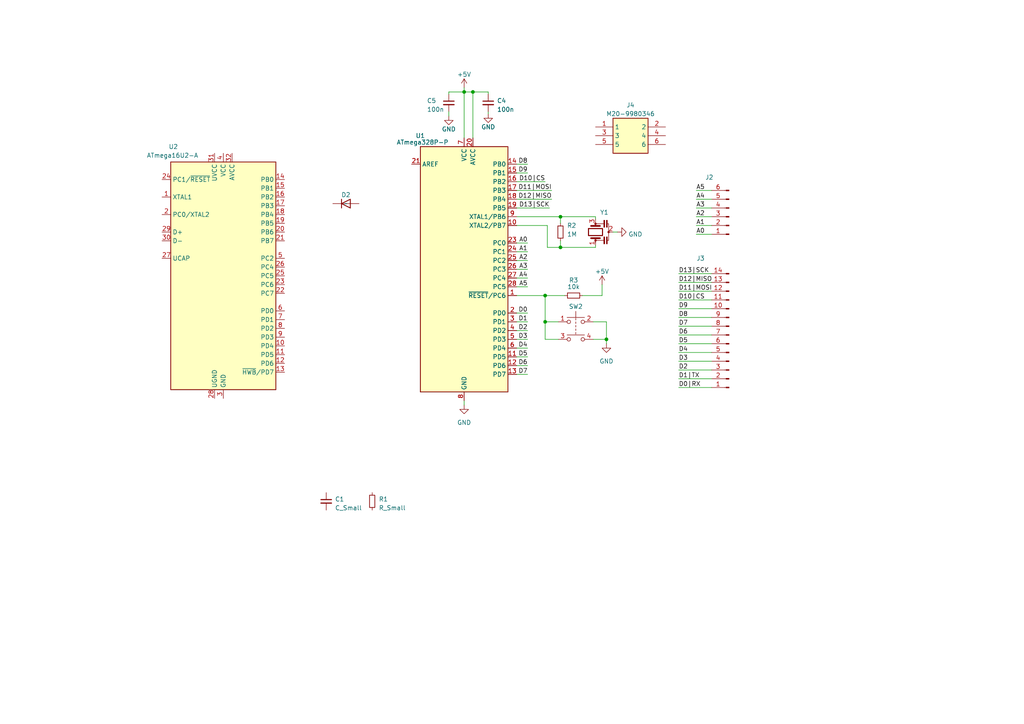
<source format=kicad_sch>
(kicad_sch (version 20230121) (generator eeschema)
  (paper "A4")
  (lib_symbols
    (symbol "Connector:Conn_01x06_Pin" (pin_names (offset 1.016) hide)
      (property "Reference" "J" (at 0 7.62 0))
      (property "Value" "Conn_01x06_Pin" (at 0 -10.16 0))
      (symbol "Conn_01x06_Pin_1_1"
        (polyline (pts (xy 1.27 -7.62) (xy 0.8636 -7.62)) (stroke (width 0.1524)))
        (polyline (pts (xy 1.27 -5.08) (xy 0.8636 -5.08)) (stroke (width 0.1524)))
        (polyline (pts (xy 1.27 -2.54) (xy 0.8636 -2.54)) (stroke (width 0.1524)))
        (polyline (pts (xy 1.27 0) (xy 0.8636 0)) (stroke (width 0.1524)))
        (polyline (pts (xy 1.27 2.54) (xy 0.8636 2.54)) (stroke (width 0.1524)))
        (polyline (pts (xy 1.27 5.08) (xy 0.8636 5.08)) (stroke (width 0.1524)))
        (rectangle (start 0.8636 -7.493) (end 0 -7.747) (stroke (width 0.1524)) (fill (type outline)))
        (rectangle (start 0.8636 -4.953) (end 0 -5.207) (stroke (width 0.1524)) (fill (type outline)))
        (rectangle (start 0.8636 -2.413) (end 0 -2.667) (stroke (width 0.1524)) (fill (type outline)))
        (rectangle (start 0.8636 0.127) (end 0 -0.127) (stroke (width 0.1524)) (fill (type outline)))
        (rectangle (start 0.8636 2.667) (end 0 2.413) (stroke (width 0.1524)) (fill (type outline)))
        (rectangle (start 0.8636 5.207) (end 0 4.953) (stroke (width 0.1524)) (fill (type outline)))
        (pin passive line (at 5.08 5.08 180) (length 3.81) (name "Pin_1") (number "1"))
        (pin passive line (at 5.08 2.54 180) (length 3.81) (name "Pin_2") (number "2"))
        (pin passive line (at 5.08 0 180) (length 3.81) (name "Pin_3") (number "3"))
        (pin passive line (at 5.08 -2.54 180) (length 3.81) (name "Pin_4") (number "4"))
        (pin passive line (at 5.08 -5.08 180) (length 3.81) (name "Pin_5") (number "5"))
        (pin passive line (at 5.08 -7.62 180) (length 3.81) (name "Pin_6") (number "6"))
      )
    )
    (symbol "Connector:Conn_01x14_Pin" (pin_names (offset 1.016) hide)
      (property "Reference" "J" (at 0 17.78 0))
      (property "Value" "Conn_01x14_Pin" (at 0 -20.32 0))
      (symbol "Conn_01x14_Pin_1_1"
        (polyline (pts (xy 1.27 -17.78) (xy 0.8636 -17.78)) (stroke (width 0.1524)))
        (polyline (pts (xy 1.27 -15.24) (xy 0.8636 -15.24)) (stroke (width 0.1524)))
        (polyline (pts (xy 1.27 -12.7) (xy 0.8636 -12.7)) (stroke (width 0.1524)))
        (polyline (pts (xy 1.27 -10.16) (xy 0.8636 -10.16)) (stroke (width 0.1524)))
        (polyline (pts (xy 1.27 -7.62) (xy 0.8636 -7.62)) (stroke (width 0.1524)))
        (polyline (pts (xy 1.27 -5.08) (xy 0.8636 -5.08)) (stroke (width 0.1524)))
        (polyline (pts (xy 1.27 -2.54) (xy 0.8636 -2.54)) (stroke (width 0.1524)))
        (polyline (pts (xy 1.27 0) (xy 0.8636 0)) (stroke (width 0.1524)))
        (polyline (pts (xy 1.27 2.54) (xy 0.8636 2.54)) (stroke (width 0.1524)))
        (polyline (pts (xy 1.27 5.08) (xy 0.8636 5.08)) (stroke (width 0.1524)))
        (polyline (pts (xy 1.27 7.62) (xy 0.8636 7.62)) (stroke (width 0.1524)))
        (polyline (pts (xy 1.27 10.16) (xy 0.8636 10.16)) (stroke (width 0.1524)))
        (polyline (pts (xy 1.27 12.7) (xy 0.8636 12.7)) (stroke (width 0.1524)))
        (polyline (pts (xy 1.27 15.24) (xy 0.8636 15.24)) (stroke (width 0.1524)))
        (rectangle (start 0.8636 -17.653) (end 0 -17.907) (stroke (width 0.1524)) (fill (type outline)))
        (rectangle (start 0.8636 -15.113) (end 0 -15.367) (stroke (width 0.1524)) (fill (type outline)))
        (rectangle (start 0.8636 -12.573) (end 0 -12.827) (stroke (width 0.1524)) (fill (type outline)))
        (rectangle (start 0.8636 -10.033) (end 0 -10.287) (stroke (width 0.1524)) (fill (type outline)))
        (rectangle (start 0.8636 -7.493) (end 0 -7.747) (stroke (width 0.1524)) (fill (type outline)))
        (rectangle (start 0.8636 -4.953) (end 0 -5.207) (stroke (width 0.1524)) (fill (type outline)))
        (rectangle (start 0.8636 -2.413) (end 0 -2.667) (stroke (width 0.1524)) (fill (type outline)))
        (rectangle (start 0.8636 0.127) (end 0 -0.127) (stroke (width 0.1524)) (fill (type outline)))
        (rectangle (start 0.8636 2.667) (end 0 2.413) (stroke (width 0.1524)) (fill (type outline)))
        (rectangle (start 0.8636 5.207) (end 0 4.953) (stroke (width 0.1524)) (fill (type outline)))
        (rectangle (start 0.8636 7.747) (end 0 7.493) (stroke (width 0.1524)) (fill (type outline)))
        (rectangle (start 0.8636 10.287) (end 0 10.033) (stroke (width 0.1524)) (fill (type outline)))
        (rectangle (start 0.8636 12.827) (end 0 12.573) (stroke (width 0.1524)) (fill (type outline)))
        (rectangle (start 0.8636 15.367) (end 0 15.113) (stroke (width 0.1524)) (fill (type outline)))
        (pin passive line (at 5.08 15.24 180) (length 3.81) (name "Pin_1") (number "1"))
        (pin passive line (at 5.08 -7.62 180) (length 3.81) (name "Pin_10") (number "10"))
        (pin passive line (at 5.08 -10.16 180) (length 3.81) (name "Pin_11") (number "11"))
        (pin passive line (at 5.08 -12.7 180) (length 3.81) (name "Pin_12") (number "12"))
        (pin passive line (at 5.08 -15.24 180) (length 3.81) (name "Pin_13") (number "13"))
        (pin passive line (at 5.08 -17.78 180) (length 3.81) (name "Pin_14") (number "14"))
        (pin passive line (at 5.08 12.7 180) (length 3.81) (name "Pin_2") (number "2"))
        (pin passive line (at 5.08 10.16 180) (length 3.81) (name "Pin_3") (number "3"))
        (pin passive line (at 5.08 7.62 180) (length 3.81) (name "Pin_4") (number "4"))
        (pin passive line (at 5.08 5.08 180) (length 3.81) (name "Pin_5") (number "5"))
        (pin passive line (at 5.08 2.54 180) (length 3.81) (name "Pin_6") (number "6"))
        (pin passive line (at 5.08 0 180) (length 3.81) (name "Pin_7") (number "7"))
        (pin passive line (at 5.08 -2.54 180) (length 3.81) (name "Pin_8") (number "8"))
        (pin passive line (at 5.08 -5.08 180) (length 3.81) (name "Pin_9") (number "9"))
      )
    )
    (symbol "Device:C_Small" (pin_numbers hide) (pin_names (offset 0.254) hide)
      (property "Reference" "C" (at 0.254 1.778 0))
      (property "Value" "C_Small" (at 0.254 -2.032 0))
      (symbol "C_Small_0_1"
        (polyline (pts (xy -1.524 -0.508) (xy 1.524 -0.508)) (stroke (width 0.3302)))
        (polyline (pts (xy -1.524 0.508) (xy 1.524 0.508)) (stroke (width 0.3048)))
      )
      (symbol "C_Small_1_1"
        (pin passive line (at 0 2.54 270) (length 2.032) (name "~") (number "1"))
        (pin passive line (at 0 -2.54 90) (length 2.032) (name "~") (number "2"))
      )
    )
    (symbol "Device:R_Small" (pin_numbers hide) (pin_names (offset 0.254) hide)
      (property "Reference" "R" (at 0.762 0.508 0))
      (property "Value" "R_Small" (at 0.762 -1.016 0))
      (symbol "R_Small_0_1"
        (rectangle (start -0.762 1.778) (end 0.762 -1.778) (stroke (width 0.2032)))
      )
      (symbol "R_Small_1_1"
        (pin passive line (at 0 2.54 270) (length 0.762) (name "~") (number "1"))
        (pin passive line (at 0 -2.54 90) (length 0.762) (name "~") (number "2"))
      )
    )
    (symbol "Device:Resonator" (pin_names (offset 1.016) hide)
      (property "Reference" "Y" (at 0 5.715 0))
      (property "Value" "Resonator" (at 0 3.81 0))
      (symbol "Resonator_0_1"
        (rectangle (start -3.429 -3.175) (end -1.397 -3.429) (fill (type outline)))
        (rectangle (start -3.429 -2.413) (end -1.397 -2.667) (fill (type outline)))
        (circle (center -2.413 0) (radius 0.254) (fill (type outline)))
        (rectangle (start -1.016 2.032) (end 1.016 -2.032) (stroke (width 0.3048)))
        (circle (center 0 -3.81) (radius 0.254) (fill (type outline)))
        (polyline (pts (xy -2.413 -2.413) (xy -2.413 0)))
        (polyline (pts (xy -1.905 0) (xy -3.175 0)))
        (polyline (pts (xy -1.778 -1.27) (xy -1.778 1.27)) (stroke (width 0.508)))
        (polyline (pts (xy 1.778 -1.27) (xy 1.778 1.27)) (stroke (width 0.508)))
        (polyline (pts (xy 1.905 0) (xy 2.54 0)))
        (polyline (pts (xy 2.413 0) (xy 2.413 -2.54)))
        (polyline (pts (xy 2.413 -3.302) (xy 2.413 -3.81) (xy -2.413 -3.81) (xy -2.413 -3.302)))
        (rectangle (start 1.397 -3.175) (end 3.429 -3.429) (fill (type outline)))
        (rectangle (start 1.397 -2.413) (end 3.429 -2.667) (fill (type outline)))
        (circle (center 2.413 0) (radius 0.254) (fill (type outline)))
      )
      (symbol "Resonator_1_1"
        (pin passive line (at -3.81 0 0) (length 1.27) (name "1") (number "1"))
        (pin passive line (at 0 -5.08 90) (length 1.27) (name "2") (number "2"))
        (pin passive line (at 3.81 0 180) (length 1.27) (name "3") (number "3"))
      )
    )
    (symbol "M20-9980346:M20-9980346"
      (property "Reference" "J" (at 16.51 7.62 0))
      (property "Value" "M20-9980346" (at 16.51 5.08 0))
      (symbol "M20-9980346_1_1"
        (rectangle (start 5.08 2.54) (end 15.24 -7.62) (stroke (width 0.254)) (fill (type background)))
        (pin passive line (at 0 0 0) (length 5.08) (name "1") (number "1"))
        (pin passive line (at 20.32 0 180) (length 5.08) (name "2") (number "2"))
        (pin passive line (at 0 -2.54 0) (length 5.08) (name "3") (number "3"))
        (pin passive line (at 20.32 -2.54 180) (length 5.08) (name "4") (number "4"))
        (pin passive line (at 0 -5.08 0) (length 5.08) (name "5") (number "5"))
        (pin passive line (at 20.32 -5.08 180) (length 5.08) (name "6") (number "6"))
      )
    )
    (symbol "MCU_Microchip_ATmega:ATmega16U2-A"
      (property "Reference" "U" (at -15.24 34.29 0))
      (property "Value" "ATmega16U2-A" (at 2.54 -34.29 0))
      (symbol "ATmega16U2-A_0_1"
        (rectangle (start -15.24 -33.02) (end 15.24 33.02) (stroke (width 0.254)) (fill (type background)))
      )
      (symbol "ATmega16U2-A_1_1"
        (pin input line (at -17.78 22.86 0) (length 2.54) (name "XTAL1") (number "1"))
        (pin bidirectional line (at 17.78 -20.32 180) (length 2.54) (name "PD4") (number "10"))
        (pin bidirectional line (at 17.78 -22.86 180) (length 2.54) (name "PD5") (number "11"))
        (pin bidirectional line (at 17.78 -25.4 180) (length 2.54) (name "PD6") (number "12"))
        (pin bidirectional line (at 17.78 -27.94 180) (length 2.54) (name "~{HWB}/PD7") (number "13"))
        (pin bidirectional line (at 17.78 27.94 180) (length 2.54) (name "PB0") (number "14"))
        (pin bidirectional line (at 17.78 25.4 180) (length 2.54) (name "PB1") (number "15"))
        (pin bidirectional line (at 17.78 22.86 180) (length 2.54) (name "PB2") (number "16"))
        (pin bidirectional line (at 17.78 20.32 180) (length 2.54) (name "PB3") (number "17"))
        (pin bidirectional line (at 17.78 17.78 180) (length 2.54) (name "PB4") (number "18"))
        (pin bidirectional line (at 17.78 15.24 180) (length 2.54) (name "PB5") (number "19"))
        (pin bidirectional line (at -17.78 17.78 0) (length 2.54) (name "PC0/XTAL2") (number "2"))
        (pin bidirectional line (at 17.78 12.7 180) (length 2.54) (name "PB6") (number "20"))
        (pin bidirectional line (at 17.78 10.16 180) (length 2.54) (name "PB7") (number "21"))
        (pin bidirectional line (at 17.78 -5.08 180) (length 2.54) (name "PC7") (number "22"))
        (pin bidirectional line (at 17.78 -2.54 180) (length 2.54) (name "PC6") (number "23"))
        (pin bidirectional line (at -17.78 27.94 0) (length 2.54) (name "PC1/~{RESET}") (number "24"))
        (pin bidirectional line (at 17.78 0 180) (length 2.54) (name "PC5") (number "25"))
        (pin bidirectional line (at 17.78 2.54 180) (length 2.54) (name "PC4") (number "26"))
        (pin passive line (at -17.78 5.08 0) (length 2.54) (name "UCAP") (number "27"))
        (pin power_in line (at -2.54 -35.56 90) (length 2.54) (name "UGND") (number "28"))
        (pin bidirectional line (at -17.78 12.7 0) (length 2.54) (name "D+") (number "29"))
        (pin power_in line (at 0 -35.56 90) (length 2.54) (name "GND") (number "3"))
        (pin bidirectional line (at -17.78 10.16 0) (length 2.54) (name "D-") (number "30"))
        (pin power_in line (at -2.54 35.56 270) (length 2.54) (name "UVCC") (number "31"))
        (pin power_in line (at 2.54 35.56 270) (length 2.54) (name "AVCC") (number "32"))
        (pin power_in line (at 0 35.56 270) (length 2.54) (name "VCC") (number "4"))
        (pin bidirectional line (at 17.78 5.08 180) (length 2.54) (name "PC2") (number "5"))
        (pin bidirectional line (at 17.78 -10.16 180) (length 2.54) (name "PD0") (number "6"))
        (pin bidirectional line (at 17.78 -12.7 180) (length 2.54) (name "PD1") (number "7"))
        (pin bidirectional line (at 17.78 -15.24 180) (length 2.54) (name "PD2") (number "8"))
        (pin bidirectional line (at 17.78 -17.78 180) (length 2.54) (name "PD3") (number "9"))
      )
    )
    (symbol "MCU_Microchip_ATmega:ATmega328P-P"
      (property "Reference" "U" (at -12.7 36.83 0))
      (property "Value" "ATmega328P-P" (at 2.54 -36.83 0))
      (symbol "ATmega328P-P_0_1"
        (rectangle (start -12.7 -35.56) (end 12.7 35.56) (stroke (width 0.254)) (fill (type background)))
      )
      (symbol "ATmega328P-P_1_1"
        (pin bidirectional line (at 15.24 -7.62 180) (length 2.54) (name "~{RESET}/PC6") (number "1"))
        (pin bidirectional line (at 15.24 12.7 180) (length 2.54) (name "XTAL2/PB7") (number "10"))
        (pin bidirectional line (at 15.24 -25.4 180) (length 2.54) (name "PD5") (number "11"))
        (pin bidirectional line (at 15.24 -27.94 180) (length 2.54) (name "PD6") (number "12"))
        (pin bidirectional line (at 15.24 -30.48 180) (length 2.54) (name "PD7") (number "13"))
        (pin bidirectional line (at 15.24 30.48 180) (length 2.54) (name "PB0") (number "14"))
        (pin bidirectional line (at 15.24 27.94 180) (length 2.54) (name "PB1") (number "15"))
        (pin bidirectional line (at 15.24 25.4 180) (length 2.54) (name "PB2") (number "16"))
        (pin bidirectional line (at 15.24 22.86 180) (length 2.54) (name "PB3") (number "17"))
        (pin bidirectional line (at 15.24 20.32 180) (length 2.54) (name "PB4") (number "18"))
        (pin bidirectional line (at 15.24 17.78 180) (length 2.54) (name "PB5") (number "19"))
        (pin bidirectional line (at 15.24 -12.7 180) (length 2.54) (name "PD0") (number "2"))
        (pin power_in line (at 2.54 38.1 270) (length 2.54) (name "AVCC") (number "20"))
        (pin passive line (at -15.24 30.48 0) (length 2.54) (name "AREF") (number "21"))
        (pin passive line (at 0 -38.1 90) (length 2.54) hide (name "GND") (number "22"))
        (pin bidirectional line (at 15.24 7.62 180) (length 2.54) (name "PC0") (number "23"))
        (pin bidirectional line (at 15.24 5.08 180) (length 2.54) (name "PC1") (number "24"))
        (pin bidirectional line (at 15.24 2.54 180) (length 2.54) (name "PC2") (number "25"))
        (pin bidirectional line (at 15.24 0 180) (length 2.54) (name "PC3") (number "26"))
        (pin bidirectional line (at 15.24 -2.54 180) (length 2.54) (name "PC4") (number "27"))
        (pin bidirectional line (at 15.24 -5.08 180) (length 2.54) (name "PC5") (number "28"))
        (pin bidirectional line (at 15.24 -15.24 180) (length 2.54) (name "PD1") (number "3"))
        (pin bidirectional line (at 15.24 -17.78 180) (length 2.54) (name "PD2") (number "4"))
        (pin bidirectional line (at 15.24 -20.32 180) (length 2.54) (name "PD3") (number "5"))
        (pin bidirectional line (at 15.24 -22.86 180) (length 2.54) (name "PD4") (number "6"))
        (pin power_in line (at 0 38.1 270) (length 2.54) (name "VCC") (number "7"))
        (pin power_in line (at 0 -38.1 90) (length 2.54) (name "GND") (number "8"))
        (pin bidirectional line (at 15.24 15.24 180) (length 2.54) (name "XTAL1/PB6") (number "9"))
      )
    )
    (symbol "Switch:SW_Push_Dual" (pin_names (offset 1.016) hide)
      (property "Reference" "SW" (at 1.27 2.54 0))
      (property "Value" "SW_Push_Dual" (at 0 -6.858 0))
      (symbol "SW_Push_Dual_0_1"
        (circle (center -2.032 -5.08) (radius 0.508))
        (circle (center -2.032 0) (radius 0.508))
        (polyline (pts (xy 0 -3.048) (xy 0 -3.556)))
        (polyline (pts (xy 0 -2.032) (xy 0 -2.54)))
        (polyline (pts (xy 0 -1.524) (xy 0 -1.016)))
        (polyline (pts (xy 0 -0.508) (xy 0 0)))
        (polyline (pts (xy 0 0.508) (xy 0 1.016)))
        (polyline (pts (xy 0 1.27) (xy 0 3.048)))
        (polyline (pts (xy 2.54 -3.81) (xy -2.54 -3.81)))
        (polyline (pts (xy 2.54 1.27) (xy -2.54 1.27)))
        (circle (center 2.032 -5.08) (radius 0.508))
        (circle (center 2.032 0) (radius 0.508))
        (pin passive line (at -5.08 0 0) (length 2.54) (name "1") (number "1"))
        (pin passive line (at 5.08 0 180) (length 2.54) (name "2") (number "2"))
        (pin passive line (at -5.08 -5.08 0) (length 2.54) (name "3") (number "3"))
        (pin passive line (at 5.08 -5.08 180) (length 2.54) (name "4") (number "4"))
      )
    )
    (symbol "custom_components:diode" (pin_numbers hide)
      (property "Reference" "D" (at 0 2.54 0))
      (symbol "diode_0_1"
        (polyline (pts (xy -1.27 0) (xy 1.27 0) (xy 1.27 1.27)))
      )
      (symbol "diode_1_1"
        (polyline (pts (xy -1.27 -1.27) (xy -1.27 1.27)) (stroke (width 0.254)))
        (polyline (pts (xy 1.27 -1.27) (xy -1.27 0) (xy 1.27 1.27) (xy 1.27 -1.27)) (stroke (width 0.254)))
        (pin passive line (at -3.81 0 0) (length 2.54) (name "") (number "1"))
        (pin passive line (at 3.81 0 180) (length 2.54) (name "") (number "1"))
      )
    )
    (symbol "power:+5V" (power) (pin_names (offset 0))
      (property "Value" "+5V" (at 0 3.556 0))
      (symbol "+5V_0_1"
        (polyline (pts (xy -0.762 1.27) (xy 0 2.54)))
        (polyline (pts (xy 0 0) (xy 0 2.54)))
        (polyline (pts (xy 0 2.54) (xy 0.762 1.27)))
      )
      (symbol "+5V_1_1"
        (pin power_in line (at 0 0 90) (length 0) hide (name "+5V") (number "1"))
      )
    )
    (symbol "power:GND" (power) (pin_names (offset 0))
      (property "Value" "GND" (at 0 -3.81 0))
      (symbol "GND_0_1"
        (polyline (pts (xy 0 0) (xy 0 -1.27) (xy 1.27 -1.27) (xy 0 -2.54) (xy -1.27 -1.27) (xy 0 -1.27)))
      )
      (symbol "GND_1_1"
        (pin power_in line (at 0 0 270) (length 0) hide (name "GND") (number "1"))
      )
    )
  )
  (junction (at 158.115 85.725))
  (junction (at 158.115 93.345))
  (junction (at 137.16 26.67))
  (junction (at 134.62 26.67))
  (junction (at 162.56 71.755))
  (junction (at 175.895 98.425))
  (junction (at 162.56 62.865))
  (wire (pts (xy 158.115 98.425) (xy 158.115 93.345)))
  (wire (pts (xy 153.035 80.645) (xy 149.86 80.645)))
  (wire (pts (xy 149.86 62.865) (xy 162.56 62.865)))
  (wire (pts (xy 196.85 94.615) (xy 206.375 94.615)))
  (wire (pts (xy 196.85 97.155) (xy 206.375 97.155)))
  (wire (pts (xy 137.16 26.67) (xy 137.16 40.005)))
  (wire (pts (xy 196.85 104.775) (xy 206.375 104.775)))
  (wire (pts (xy 201.93 60.325) (xy 206.375 60.325)))
  (wire (pts (xy 196.85 109.855) (xy 206.375 109.855)))
  (wire (pts (xy 163.83 85.725) (xy 158.115 85.725)))
  (wire (pts (xy 134.62 116.205) (xy 134.62 117.475)))
  (wire (pts (xy 196.85 107.315) (xy 206.375 107.315)))
  (wire (pts (xy 177.8 67.31) (xy 179.07 67.31)))
  (wire (pts (xy 134.62 26.67) (xy 134.62 40.005)))
  (wire (pts (xy 172.085 93.345) (xy 175.895 93.345)))
  (wire (pts (xy 153.035 75.565) (xy 149.86 75.565)))
  (wire (pts (xy 172.72 71.755) (xy 172.72 71.12)))
  (wire (pts (xy 161.925 98.425) (xy 158.115 98.425)))
  (wire (pts (xy 172.085 98.425) (xy 175.895 98.425)))
  (wire (pts (xy 130.175 26.67) (xy 134.62 26.67)))
  (wire (pts (xy 201.93 67.945) (xy 206.375 67.945)))
  (wire (pts (xy 134.62 25.4) (xy 134.62 26.67)))
  (wire (pts (xy 158.115 85.725) (xy 158.115 93.345)))
  (wire (pts (xy 162.56 69.85) (xy 162.56 71.755)))
  (wire (pts (xy 153.035 95.885) (xy 149.86 95.885)))
  (wire (pts (xy 153.035 90.805) (xy 149.86 90.805)))
  (wire (pts (xy 196.85 81.915) (xy 206.375 81.915)))
  (wire (pts (xy 196.85 99.695) (xy 206.375 99.695)))
  (wire (pts (xy 130.175 32.385) (xy 130.175 33.655)))
  (wire (pts (xy 201.93 57.785) (xy 206.375 57.785)))
  (wire (pts (xy 153.035 108.585) (xy 149.86 108.585)))
  (wire (pts (xy 175.895 98.425) (xy 175.895 93.345)))
  (wire (pts (xy 153.035 100.965) (xy 149.86 100.965)))
  (wire (pts (xy 153.035 83.185) (xy 149.86 83.185)))
  (wire (pts (xy 153.035 78.105) (xy 149.86 78.105)))
  (wire (pts (xy 172.72 62.865) (xy 162.56 62.865)))
  (wire (pts (xy 158.75 71.755) (xy 162.56 71.755)))
  (wire (pts (xy 172.72 71.755) (xy 162.56 71.755)))
  (wire (pts (xy 201.93 55.245) (xy 206.375 55.245)))
  (wire (pts (xy 175.895 98.425) (xy 175.895 99.695)))
  (wire (pts (xy 130.175 27.305) (xy 130.175 26.67)))
  (wire (pts (xy 149.86 85.725) (xy 158.115 85.725)))
  (wire (pts (xy 153.035 50.165) (xy 149.86 50.165)))
  (wire (pts (xy 153.035 106.045) (xy 149.86 106.045)))
  (wire (pts (xy 153.035 47.625) (xy 149.86 47.625)))
  (wire (pts (xy 153.035 103.505) (xy 149.86 103.505)))
  (wire (pts (xy 174.625 85.725) (xy 168.91 85.725)))
  (wire (pts (xy 196.85 92.075) (xy 206.375 92.075)))
  (wire (pts (xy 196.85 89.535) (xy 206.375 89.535)))
  (wire (pts (xy 160.02 55.245) (xy 149.86 55.245)))
  (wire (pts (xy 153.035 73.025) (xy 149.86 73.025)))
  (wire (pts (xy 149.86 52.705) (xy 158.115 52.705)))
  (wire (pts (xy 160.02 57.785) (xy 149.86 57.785)))
  (wire (pts (xy 201.93 62.865) (xy 206.375 62.865)))
  (wire (pts (xy 174.625 82.55) (xy 174.625 85.725)))
  (wire (pts (xy 153.035 70.485) (xy 149.86 70.485)))
  (wire (pts (xy 149.86 60.325) (xy 159.385 60.325)))
  (wire (pts (xy 172.72 62.865) (xy 172.72 63.5)))
  (wire (pts (xy 196.85 102.235) (xy 206.375 102.235)))
  (wire (pts (xy 196.85 86.995) (xy 206.375 86.995)))
  (wire (pts (xy 158.75 65.405) (xy 158.75 71.755)))
  (wire (pts (xy 196.85 112.395) (xy 206.375 112.395)))
  (wire (pts (xy 137.16 26.67) (xy 141.605 26.67)))
  (wire (pts (xy 162.56 62.865) (xy 162.56 64.77)))
  (wire (pts (xy 158.115 93.345) (xy 161.925 93.345)))
  (wire (pts (xy 141.605 32.385) (xy 141.605 33.02)))
  (wire (pts (xy 141.605 26.67) (xy 141.605 27.305)))
  (wire (pts (xy 196.85 79.375) (xy 206.375 79.375)))
  (wire (pts (xy 153.035 93.345) (xy 149.86 93.345)))
  (wire (pts (xy 149.86 65.405) (xy 158.75 65.405)))
  (wire (pts (xy 153.035 98.425) (xy 149.86 98.425)))
  (wire (pts (xy 201.93 65.405) (xy 206.375 65.405)))
  (wire (pts (xy 196.85 84.455) (xy 206.375 84.455)))
  (wire (pts (xy 137.16 26.67) (xy 134.62 26.67)))
  (label "D0|RX" (at 196.85 112.395 0))
  (label "A4" (at 153.035 80.645 180))
  (label "A3" (at 201.93 60.325 0))
  (label "D7" (at 153.035 108.585 180))
  (label "D13|SCK" (at 196.85 79.375 0))
  (label "D7" (at 196.85 94.615 0))
  (label "D5" (at 153.035 103.505 180))
  (label "A1" (at 201.93 65.405 0))
  (label "A3" (at 153.035 78.105 180))
  (label "D10|CS" (at 196.85 86.995 0))
  (label "D12|MISO" (at 160.02 57.785 180))
  (label "A0" (at 153.035 70.485 180))
  (label "A2" (at 153.035 75.565 180))
  (label "A2" (at 201.93 62.865 0))
  (label "D10|CS" (at 158.115 52.705 180))
  (label "D4" (at 153.035 100.965 180))
  (label "D6" (at 196.85 97.155 0))
  (label "D12|MISO" (at 196.85 81.915 0))
  (label "D13|SCK" (at 159.385 60.325 180))
  (label "D1" (at 153.035 93.345 180))
  (label "D0" (at 153.035 90.805 180))
  (label "D9" (at 153.035 50.165 180))
  (label "D3" (at 153.035 98.425 180))
  (label "A4" (at 201.93 57.785 0))
  (label "D2" (at 196.85 107.315 0))
  (label "A5" (at 201.93 55.245 0))
  (label "D4" (at 196.85 102.235 0))
  (label "A5" (at 153.035 83.185 180))
  (label "D8" (at 196.85 92.075 0))
  (label "A1" (at 153.035 73.025 180))
  (label "D3" (at 196.85 104.775 0))
  (label "D11|MOSI" (at 196.85 84.455 0))
  (label "D9" (at 196.85 89.535 0))
  (label "D5" (at 196.85 99.695 0))
  (label "D2" (at 153.035 95.885 180))
  (label "D1|TX" (at 196.85 109.855 0))
  (label "A0" (at 201.93 67.945 0))
  (label "D8" (at 153.035 47.625 180))
  (label "D11|MOSI" (at 160.02 55.245 180))
  (label "D6" (at 153.035 106.045 180))
  (symbol (lib_id "Device:C_Small") (at 141.605 29.845 0) (unit 1)
    (property "Reference" "C4" (at 144.145 29.2163 0) (effects (justify left)))
    (property "Value" "100n" (at 144.145 31.7563 0) (effects (justify left)))
    (property "Footprint" "Capacitor_SMD:C_01005_0402Metric" (effects hide))
  )
  (symbol (lib_id "MCU_Microchip_ATmega:ATmega16U2-A") (at 64.77 80.01 0) (unit 1)
    (property "Reference" "U2" (at 48.895 42.545 0) (effects (justify left)))
    (property "Value" "ATmega16U2-A" (at 42.545 45.085 0) (effects (justify left)))
    (property "Footprint" "Package_QFP:TQFP-32_7x7mm_P0.8mm" (effects hide))
    (property "Datasheet" "http://ww1.microchip.com/downloads/en/DeviceDoc/doc7799.pdf" (effects hide))
  )
  (symbol (lib_id "power:GND") (at 141.605 33.02 0) (unit 1)
    (property "Reference" "#PWR03" (effects hide))
    (property "Value" "GND" (at 141.605 36.83 0))
  )
  (symbol (lib_id "Device:C_Small") (at 130.175 29.845 0) (unit 1)
    (property "Reference" "C5" (at 123.825 29.21 0) (effects (justify left)))
    (property "Value" "100n" (at 123.825 31.75 0) (effects (justify left)))
    (property "Footprint" "Capacitor_SMD:C_01005_0402Metric" (effects hide))
  )
  (symbol (lib_id "power:+5V") (at 134.62 25.4 0) (unit 1)
    (property "Reference" "#PWR02" (effects hide))
    (property "Value" "+5V" (at 134.62 21.59 0))
  )
  (symbol (lib_id "power:GND") (at 130.175 33.655 0) (unit 1)
    (property "Reference" "#PWR04" (effects hide))
    (property "Value" "GND" (at 130.175 37.465 0))
  )
  (symbol (lib_id "power:GND") (at 134.62 117.475 0) (unit 1)
    (property "Reference" "#PWR05" (effects hide))
    (property "Value" "GND" (at 134.62 122.555 0))
  )
  (symbol (lib_id "Device:R_Small") (at 166.37 85.725 90) (unit 1)
    (property "Reference" "R3" (at 166.37 81.28 90))
    (property "Value" "10k" (at 166.37 83.185 90))
    (property "Footprint" "Resistor_SMD:R_01005_0402Metric" (effects hide))
  )
  (symbol (lib_id "Device:C_Small") (at 94.615 145.415 0) (unit 1)
    (property "Reference" "C1" (at 97.155 144.7863 0) (effects (justify left)))
    (property "Value" "C_Small" (at 97.155 147.3263 0) (effects (justify left)))
    (property "Footprint" "Capacitor_SMD:C_01005_0402Metric" (effects hide))
  )
  (symbol (lib_id "Connector:Conn_01x14_Pin") (at 211.455 97.155 180) (unit 1)
    (property "Reference" "J3" (at 203.2 74.93 0))
    (property "Value" "Conn_01x14_Pin" (effects hide))
    (property "Footprint" "Connector_PinSocket_2.54mm:PinSocket_1x14_P2.54mm_Vertical" (effects hide))
  )
  (symbol (lib_id "M20-9980346:M20-9980346") (at 172.72 36.83 0) (unit 1)
    (property "Reference" "J4" (at 182.88 30.48 0))
    (property "Value" "M20-9980346" (at 182.88 33.02 0))
    (property "Footprint" "HDRV6W64P254_2X3_762X508X868P" (effects hide))
    (property "Datasheet" "https://cdn.harwin.com/pdfs/M20-998.pdf?utm_source=3D_PDF&utm_medium=3D_PDF&utm_campaign=3D_PDF" (effects hide))
    (property "Height" "8.68" (effects hide))
    (property "Manufacturer_Name" "Harwin" (effects hide))
    (property "Manufacturer_Part_Number" "M20-9980346" (effects hide))
    (property "Mouser Part Number" "855-M20-9980346" (effects hide))
    (property "Mouser Price/Stock" "https://www.mouser.co.uk/ProductDetail/Harwin/M20-9980346?qs=%252Bk6%2F5FB6qrmHk2P20oz3FA%3D%3D" (effects hide))
  )
  (symbol (lib_id "Switch:SW_Push_Dual") (at 167.005 93.345 0) (unit 1)
    (property "Reference" "SW2" (at 167.005 88.9 0))
    (property "Value" "SW_Push_Dual" (effects hide))
    (property "Footprint" "push button:SMT3-01-Z" (effects hide))
  )
  (symbol (lib_id "custom_components:diode") (at 100.33 59.055 0) (unit 1)
    (property "Reference" "D2" (at 100.33 56.515 0))
    (property "Value" "~" (at 100.33 59.055 0))
    (property "Footprint" "diode:LED-1206" (effects hide))
  )
  (symbol (lib_id "power:+5V") (at 174.625 82.55 0) (unit 1)
    (property "Reference" "#PWR06" (effects hide))
    (property "Value" "+5V" (at 174.625 78.74 0))
  )
  (symbol (lib_id "Connector:Conn_01x06_Pin") (at 211.455 62.865 180) (unit 1)
    (property "Reference" "J2" (at 205.74 51.435 0))
    (property "Value" "Conn_01x06_Pin" (effects hide))
    (property "Footprint" "Connector_PinSocket_2.54mm:PinSocket_1x06_P2.54mm_Vertical" (effects hide))
  )
  (symbol (lib_id "power:GND") (at 175.895 99.695 0) (unit 1)
    (property "Reference" "#PWR07" (effects hide))
    (property "Value" "GND" (at 175.895 104.775 0))
  )
  (symbol (lib_id "Device:Resonator") (at 172.72 67.31 90) (unit 1)
    (property "Reference" "Y1" (at 176.53 61.595 90) (effects (justify left)))
    (property "Value" "Resonator" (effects hide))
    (property "Footprint" "resonator:OSC_CSTCE16M0V53-R0" (effects hide))
  )
  (symbol (lib_id "Device:R_Small") (at 162.56 67.31 0) (unit 1)
    (property "Reference" "R2" (at 164.465 65.405 0) (effects (justify left)))
    (property "Value" "1M" (at 164.465 67.945 0) (effects (justify left)))
    (property "Footprint" "Resistor_SMD:R_01005_0402Metric" (effects hide))
  )
  (symbol (lib_id "MCU_Microchip_ATmega:ATmega328P-P") (at 134.62 78.105 0) (unit 1)
    (property "Reference" "U1" (at 121.92 39.37 0))
    (property "Value" "ATmega328P-P" (at 122.555 41.275 0))
    (property "Footprint" "Package_DIP:DIP-28_W7.62mm" (effects hide))
    (property "Datasheet" "http://ww1.microchip.com/downloads/en/DeviceDoc/ATmega328_P%20AVR%20MCU%20with%20picoPower%20Technology%20Data%20Sheet%2040001984A.pdf" (effects hide))
  )
  (symbol (lib_id "Device:R_Small") (at 107.95 145.415 0) (unit 1)
    (property "Reference" "R1" (at 109.855 144.78 0) (effects (justify left)))
    (property "Value" "R_Small" (at 109.855 147.32 0) (effects (justify left)))
    (property "Footprint" "Resistor_SMD:R_01005_0402Metric" (effects hide))
  )
  (symbol (lib_id "power:GND") (at 179.07 67.31 90) (unit 1)
    (property "Reference" "#PWR01" (effects hide))
    (property "Value" "GND" (at 182.245 67.945 90) (effects (justify right)))
  )
)
</source>
